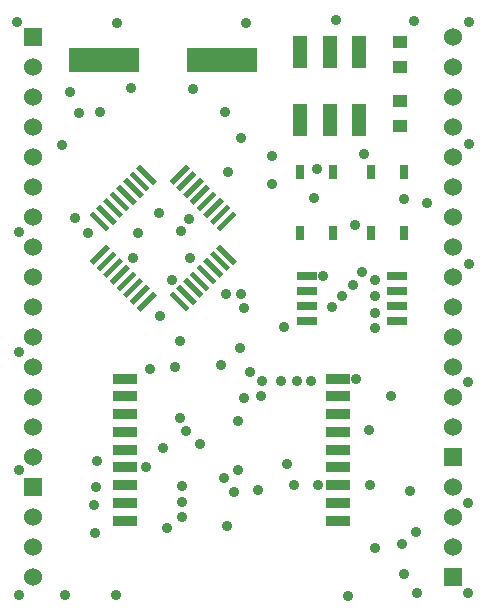
<source format=gts>
G04 (created by PCBNEW (2013-07-07 BZR 4022)-stable) date 2015/11/30 22:46:21*
%MOIN*%
G04 Gerber Fmt 3.4, Leading zero omitted, Abs format*
%FSLAX34Y34*%
G01*
G70*
G90*
G04 APERTURE LIST*
%ADD10C,0.00590551*%
%ADD11R,0.06X0.06*%
%ADD12C,0.06*%
%ADD13R,0.0708661X0.0299213*%
%ADD14R,0.045X0.0393701*%
%ADD15R,0.0787402X0.0354331*%
%ADD16R,0.0275591X0.0472441*%
%ADD17R,0.23622X0.0787402*%
%ADD18R,0.0472441X0.110236*%
%ADD19C,0.035*%
G04 APERTURE END LIST*
G54D10*
G36*
X38884Y-29925D02*
X39009Y-29800D01*
X39565Y-30356D01*
X39440Y-30481D01*
X38884Y-29925D01*
X38884Y-29925D01*
G37*
G36*
X39106Y-29702D02*
X39232Y-29577D01*
X39788Y-30133D01*
X39663Y-30258D01*
X39106Y-29702D01*
X39106Y-29702D01*
G37*
G36*
X39329Y-29479D02*
X39454Y-29354D01*
X40011Y-29911D01*
X39886Y-30036D01*
X39329Y-29479D01*
X39329Y-29479D01*
G37*
G36*
X39552Y-29256D02*
X39677Y-29131D01*
X40234Y-29688D01*
X40108Y-29813D01*
X39552Y-29256D01*
X39552Y-29256D01*
G37*
G36*
X39775Y-29034D02*
X39900Y-28909D01*
X40456Y-29465D01*
X40331Y-29590D01*
X39775Y-29034D01*
X39775Y-29034D01*
G37*
G36*
X39997Y-28811D02*
X40123Y-28686D01*
X40679Y-29242D01*
X40554Y-29367D01*
X39997Y-28811D01*
X39997Y-28811D01*
G37*
G36*
X40220Y-28588D02*
X40345Y-28463D01*
X40902Y-29020D01*
X40777Y-29145D01*
X40220Y-28588D01*
X40220Y-28588D01*
G37*
G36*
X40443Y-28366D02*
X40568Y-28240D01*
X41125Y-28797D01*
X40999Y-28922D01*
X40443Y-28366D01*
X40443Y-28366D01*
G37*
G36*
X43104Y-31030D02*
X43230Y-30905D01*
X43786Y-31461D01*
X43661Y-31586D01*
X43104Y-31030D01*
X43104Y-31030D01*
G37*
G36*
X41542Y-32593D02*
X41667Y-32467D01*
X42223Y-33024D01*
X42098Y-33149D01*
X41542Y-32593D01*
X41542Y-32593D01*
G37*
G36*
X41768Y-32366D02*
X41893Y-32241D01*
X42450Y-32798D01*
X42324Y-32923D01*
X41768Y-32366D01*
X41768Y-32366D01*
G37*
G36*
X41994Y-32140D02*
X42119Y-32015D01*
X42676Y-32571D01*
X42551Y-32697D01*
X41994Y-32140D01*
X41994Y-32140D01*
G37*
G36*
X42213Y-31921D02*
X42339Y-31796D01*
X42895Y-32352D01*
X42770Y-32477D01*
X42213Y-31921D01*
X42213Y-31921D01*
G37*
G36*
X42440Y-31695D02*
X42565Y-31569D01*
X43121Y-32126D01*
X42996Y-32251D01*
X42440Y-31695D01*
X42440Y-31695D01*
G37*
G36*
X42659Y-31475D02*
X42784Y-31350D01*
X43341Y-31907D01*
X43215Y-32032D01*
X42659Y-31475D01*
X42659Y-31475D01*
G37*
G36*
X42885Y-31249D02*
X43010Y-31124D01*
X43567Y-31680D01*
X43442Y-31806D01*
X42885Y-31249D01*
X42885Y-31249D01*
G37*
G36*
X41554Y-28794D02*
X42111Y-28238D01*
X42236Y-28363D01*
X41680Y-28919D01*
X41554Y-28794D01*
X41554Y-28794D01*
G37*
G36*
X41776Y-29016D02*
X42333Y-28460D01*
X42458Y-28585D01*
X41902Y-29141D01*
X41776Y-29016D01*
X41776Y-29016D01*
G37*
G36*
X42000Y-29240D02*
X42556Y-28683D01*
X42682Y-28808D01*
X42125Y-29365D01*
X42000Y-29240D01*
X42000Y-29240D01*
G37*
G36*
X42222Y-29462D02*
X42778Y-28905D01*
X42904Y-29030D01*
X42347Y-29587D01*
X42222Y-29462D01*
X42222Y-29462D01*
G37*
G36*
X42445Y-29685D02*
X43002Y-29128D01*
X43127Y-29254D01*
X42571Y-29810D01*
X42445Y-29685D01*
X42445Y-29685D01*
G37*
G36*
X42667Y-29907D02*
X43224Y-29351D01*
X43349Y-29476D01*
X42793Y-30032D01*
X42667Y-29907D01*
X42667Y-29907D01*
G37*
G36*
X42891Y-30130D02*
X43447Y-29574D01*
X43573Y-29699D01*
X43016Y-30256D01*
X42891Y-30130D01*
X42891Y-30130D01*
G37*
G36*
X43113Y-30352D02*
X43669Y-29796D01*
X43795Y-29921D01*
X43238Y-30478D01*
X43113Y-30352D01*
X43113Y-30352D01*
G37*
G36*
X38883Y-31468D02*
X39440Y-30912D01*
X39565Y-31037D01*
X39008Y-31593D01*
X38883Y-31468D01*
X38883Y-31468D01*
G37*
G36*
X39102Y-31688D02*
X39659Y-31131D01*
X39784Y-31256D01*
X39227Y-31813D01*
X39102Y-31688D01*
X39102Y-31688D01*
G37*
G36*
X39328Y-31914D02*
X39885Y-31357D01*
X40010Y-31482D01*
X39454Y-32039D01*
X39328Y-31914D01*
X39328Y-31914D01*
G37*
G36*
X39548Y-32133D02*
X40104Y-31576D01*
X40229Y-31702D01*
X39673Y-32258D01*
X39548Y-32133D01*
X39548Y-32133D01*
G37*
G36*
X39767Y-32352D02*
X40323Y-31796D01*
X40449Y-31921D01*
X39892Y-32477D01*
X39767Y-32352D01*
X39767Y-32352D01*
G37*
G36*
X39993Y-32578D02*
X40550Y-32022D01*
X40675Y-32147D01*
X40118Y-32704D01*
X39993Y-32578D01*
X39993Y-32578D01*
G37*
G36*
X40219Y-32805D02*
X40776Y-32248D01*
X40901Y-32373D01*
X40345Y-32930D01*
X40219Y-32805D01*
X40219Y-32805D01*
G37*
G36*
X40446Y-33031D02*
X41002Y-32475D01*
X41127Y-32600D01*
X40571Y-33156D01*
X40446Y-33031D01*
X40446Y-33031D01*
G37*
G54D11*
X51000Y-38000D03*
G54D12*
X51000Y-37000D03*
X51000Y-36000D03*
X51000Y-35000D03*
X51000Y-34000D03*
X51000Y-33000D03*
X51000Y-32000D03*
X51000Y-31000D03*
X51000Y-30000D03*
X51000Y-29000D03*
X51000Y-28000D03*
X51000Y-27000D03*
X51000Y-26000D03*
X51000Y-25000D03*
X51000Y-24000D03*
G54D11*
X37000Y-24000D03*
G54D12*
X37000Y-25000D03*
X37000Y-26000D03*
X37000Y-27000D03*
X37000Y-28000D03*
X37000Y-29000D03*
X37000Y-30000D03*
X37000Y-31000D03*
X37000Y-32000D03*
X37000Y-33000D03*
X37000Y-34000D03*
X37000Y-35000D03*
X37000Y-36000D03*
X37000Y-37000D03*
X37000Y-38000D03*
G54D13*
X49137Y-33464D03*
X49137Y-32964D03*
X49137Y-32464D03*
X49137Y-31964D03*
X46137Y-33464D03*
X46137Y-32964D03*
X46137Y-32464D03*
X46137Y-31964D03*
G54D14*
X49212Y-25000D03*
X49212Y-24173D03*
X49212Y-26968D03*
X49212Y-26141D03*
G54D15*
X40078Y-35393D03*
X40078Y-35984D03*
X40078Y-36574D03*
X40078Y-37165D03*
X40078Y-37755D03*
X40078Y-38346D03*
X40078Y-38937D03*
X40078Y-39527D03*
X40078Y-40118D03*
X47165Y-40118D03*
X47165Y-39527D03*
X47165Y-38937D03*
X47165Y-38346D03*
X47165Y-37755D03*
X47165Y-37165D03*
X47165Y-36574D03*
X47165Y-35984D03*
X47165Y-35393D03*
G54D16*
X48267Y-30551D03*
X48267Y-28503D03*
X49370Y-30551D03*
X49370Y-28503D03*
X45905Y-30551D03*
X45905Y-28503D03*
X47007Y-30551D03*
X47007Y-28503D03*
G54D11*
X51000Y-42000D03*
G54D12*
X51000Y-41000D03*
X51000Y-40000D03*
X51000Y-39000D03*
G54D11*
X37000Y-39000D03*
G54D12*
X37000Y-40000D03*
X37000Y-41000D03*
X37000Y-42000D03*
G54D17*
X43307Y-24763D03*
X39370Y-24763D03*
G54D18*
X47874Y-26771D03*
X46889Y-26771D03*
X45905Y-26771D03*
X45905Y-24488D03*
X46889Y-24488D03*
X47874Y-24488D03*
G54D19*
X43385Y-26496D03*
X49566Y-39133D03*
X43818Y-38425D03*
X44488Y-39094D03*
X48385Y-41023D03*
X43267Y-34921D03*
X44015Y-36023D03*
X50118Y-29527D03*
X41614Y-32086D03*
X40511Y-30551D03*
X44015Y-33031D03*
X43937Y-32559D03*
X48937Y-35984D03*
X43897Y-34370D03*
X43425Y-32559D03*
X37952Y-27598D03*
X38228Y-25826D03*
X40314Y-31377D03*
X41889Y-36692D03*
X42086Y-37125D03*
X41968Y-40000D03*
X45708Y-38937D03*
X46496Y-38937D03*
X39094Y-39015D03*
X49370Y-41889D03*
X41968Y-38976D03*
X41338Y-37716D03*
X40905Y-35078D03*
X41968Y-39488D03*
X43503Y-28503D03*
X46456Y-28385D03*
X38543Y-26535D03*
X43937Y-27362D03*
X46657Y-31964D03*
X47952Y-31850D03*
X47755Y-35393D03*
X44606Y-35984D03*
X49370Y-29409D03*
X46377Y-29370D03*
X36456Y-23503D03*
X39803Y-23543D03*
X44094Y-23543D03*
X47086Y-23425D03*
X49685Y-23464D03*
X51535Y-23503D03*
X38070Y-42598D03*
X36535Y-42598D03*
X36535Y-38425D03*
X36535Y-34488D03*
X36535Y-30511D03*
X47480Y-42637D03*
X49803Y-42519D03*
X51496Y-42519D03*
X51496Y-39527D03*
X51496Y-35511D03*
X51535Y-31574D03*
X51535Y-27559D03*
X39763Y-42598D03*
X43346Y-38700D03*
X42559Y-37559D03*
X43818Y-36811D03*
X41456Y-40354D03*
X43464Y-40314D03*
X39212Y-26496D03*
X41929Y-30472D03*
X39055Y-40551D03*
X39015Y-39606D03*
X39133Y-38149D03*
X49763Y-40511D03*
X49291Y-40905D03*
X48228Y-38937D03*
X45472Y-38228D03*
X43700Y-39173D03*
X41732Y-35000D03*
X48188Y-37086D03*
X45354Y-33661D03*
X41181Y-29881D03*
X42244Y-31377D03*
X41889Y-34133D03*
X44212Y-35157D03*
X47716Y-30275D03*
X41220Y-33307D03*
X44960Y-28897D03*
X44960Y-27952D03*
X48031Y-27913D03*
X42204Y-30078D03*
X40748Y-38346D03*
X46259Y-35472D03*
X48385Y-33700D03*
X46968Y-32992D03*
X42322Y-25748D03*
X38818Y-30551D03*
X40275Y-25708D03*
X38385Y-30039D03*
X44645Y-35472D03*
X48385Y-32086D03*
X47677Y-32283D03*
X48385Y-32637D03*
X45275Y-35472D03*
X45787Y-35472D03*
X48385Y-33188D03*
X47283Y-32637D03*
M02*

</source>
